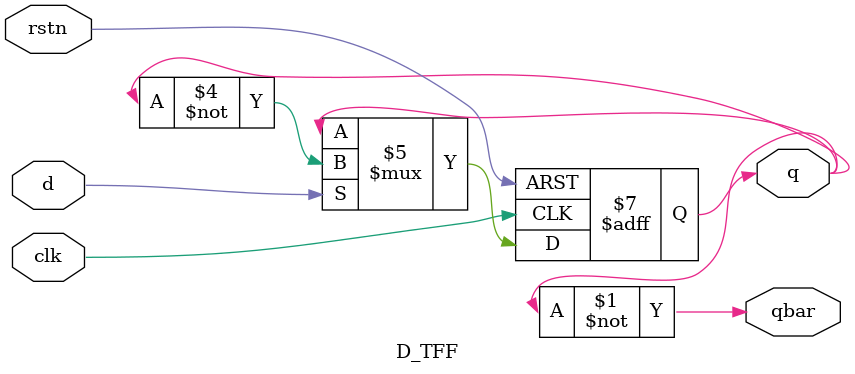
<source format=v>
module D_TFF(q ,qbar, d, rstn, clk);
    parameter FF_TYPE = "TFF";

    input d, rstn, clk;
    output reg q;
    output qbar;

    assign qbar = ~q;
    always @(posedge clk or negedge rstn) begin
        if(!rstn)
            q <= 0;
        else begin
            if(FF_TYPE == "DFF")begin 
                q <= d;  
            end
            else begin 
                if(d)
                q <= ~q;
            end 
        end
    end
endmodule
</source>
